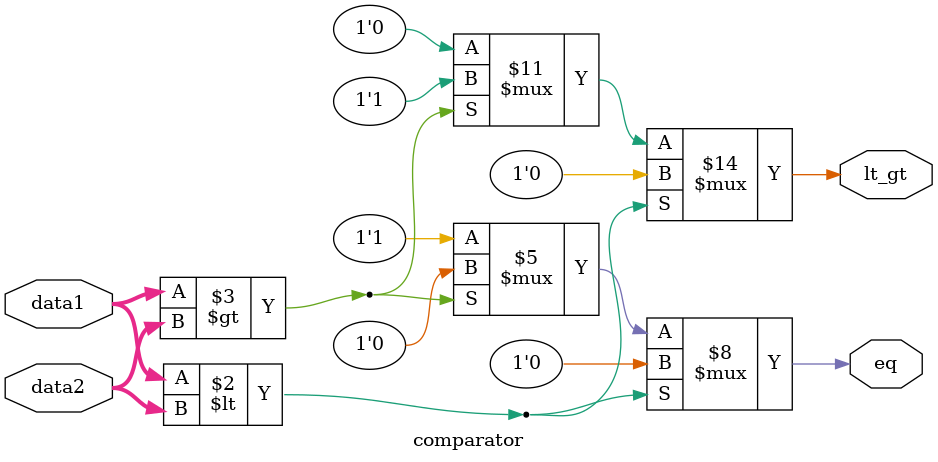
<source format=v>
module comparator(data1, data2, lt_gt, eq);
	parameter DATA_BIT_WIDTH = 32;

	input [DATA_BIT_WIDTH-1:0] data1, data2;
	output reg lt_gt;
	output reg eq;
	
	always @(*)
	begin
		if(data1 < data2)
		begin
			lt_gt 	<= 1'b0;
			eq 		<= 1'b0;
		end
		else if (data1 > data2)
		begin
			lt_gt 	<= 1'b1;
			eq			<= 1'b0;
		end
		else
		begin
			lt_gt		<= 1'b0;
			eq 		<= 1'b1;
		end
	end
endmodule
</source>
